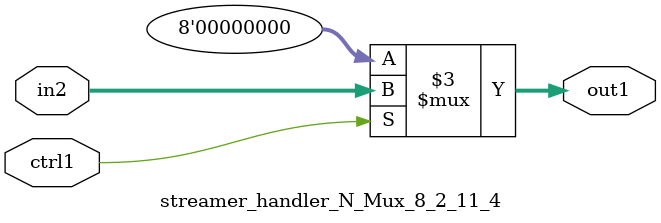
<source format=v>

`timescale 1ps / 1ps


module streamer_handler_N_Mux_8_2_11_4( in2, ctrl1, out1 );

    input [7:0] in2;
    input ctrl1;
    output [7:0] out1;
    reg [7:0] out1;

    
    // rtl_process:streamer_handler_N_Mux_8_2_11_4/streamer_handler_N_Mux_8_2_11_4_thread_1
    always @*
      begin : streamer_handler_N_Mux_8_2_11_4_thread_1
        case (ctrl1) 
          1'b1: 
            begin
              out1 = in2;
            end
          default: 
            begin
              out1 = 8'd000;
            end
        endcase
      end

endmodule





</source>
